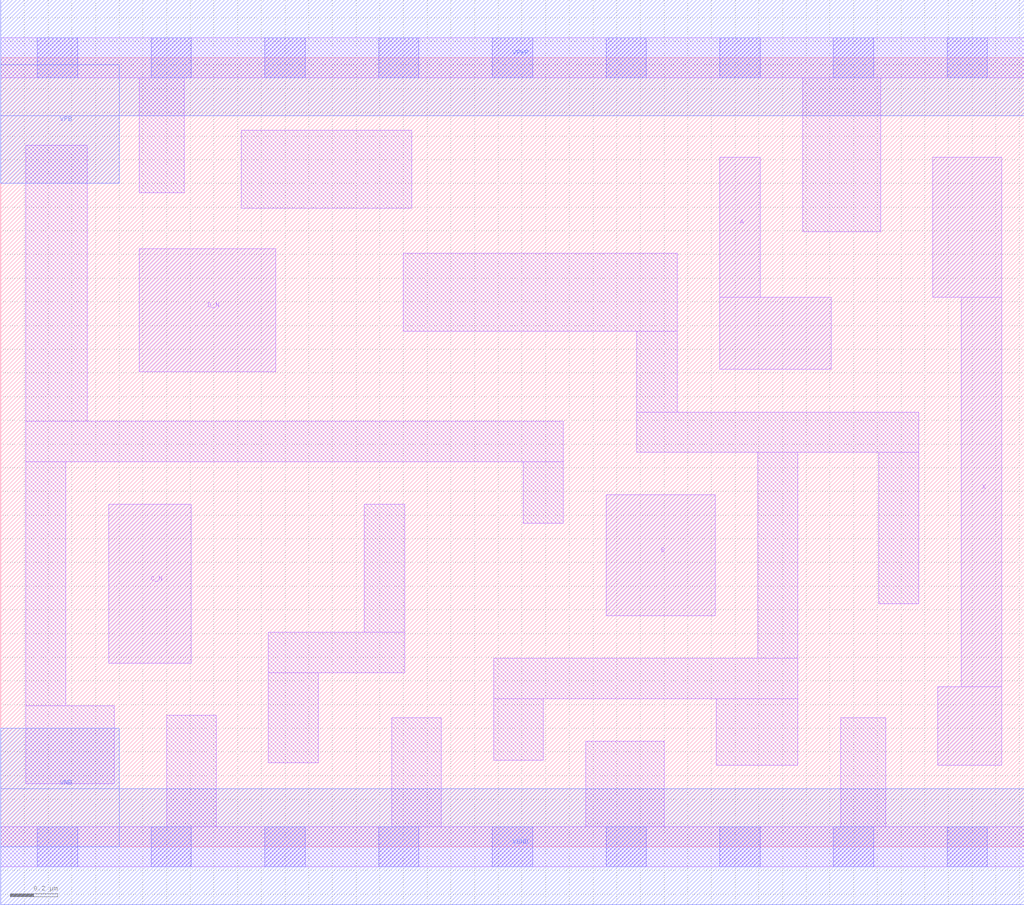
<source format=lef>
# Copyright 2020 The SkyWater PDK Authors
#
# Licensed under the Apache License, Version 2.0 (the "License");
# you may not use this file except in compliance with the License.
# You may obtain a copy of the License at
#
#     https://www.apache.org/licenses/LICENSE-2.0
#
# Unless required by applicable law or agreed to in writing, software
# distributed under the License is distributed on an "AS IS" BASIS,
# WITHOUT WARRANTIES OR CONDITIONS OF ANY KIND, either express or implied.
# See the License for the specific language governing permissions and
# limitations under the License.
#
# SPDX-License-Identifier: Apache-2.0

VERSION 5.5 ;
NAMESCASESENSITIVE ON ;
BUSBITCHARS "[]" ;
DIVIDERCHAR "/" ;
MACRO sky130_fd_sc_lp__or4bb_m
  CLASS CORE ;
  SOURCE USER ;
  ORIGIN  0.000000  0.000000 ;
  SIZE  4.320000 BY  3.330000 ;
  SYMMETRY X Y R90 ;
  SITE unit ;
  PIN A
    ANTENNAGATEAREA  0.126000 ;
    DIRECTION INPUT ;
    USE SIGNAL ;
    PORT
      LAYER li1 ;
        RECT 3.035000 2.015000 3.505000 2.320000 ;
        RECT 3.035000 2.320000 3.205000 2.910000 ;
    END
  END A
  PIN B
    ANTENNAGATEAREA  0.126000 ;
    DIRECTION INPUT ;
    USE SIGNAL ;
    PORT
      LAYER li1 ;
        RECT 2.555000 0.975000 3.015000 1.485000 ;
    END
  END B
  PIN C_N
    ANTENNAGATEAREA  0.126000 ;
    DIRECTION INPUT ;
    USE SIGNAL ;
    PORT
      LAYER li1 ;
        RECT 0.455000 0.775000 0.805000 1.445000 ;
    END
  END C_N
  PIN D_N
    ANTENNAGATEAREA  0.126000 ;
    DIRECTION INPUT ;
    USE SIGNAL ;
    PORT
      LAYER li1 ;
        RECT 0.585000 2.005000 1.160000 2.525000 ;
    END
  END D_N
  PIN X
    ANTENNADIFFAREA  0.222600 ;
    DIRECTION OUTPUT ;
    USE SIGNAL ;
    PORT
      LAYER li1 ;
        RECT 3.935000 2.320000 4.225000 2.910000 ;
        RECT 3.955000 0.345000 4.225000 0.675000 ;
        RECT 4.055000 0.675000 4.225000 2.320000 ;
    END
  END X
  PIN VGND
    DIRECTION INOUT ;
    USE GROUND ;
    PORT
      LAYER met1 ;
        RECT 0.000000 -0.245000 4.320000 0.245000 ;
    END
  END VGND
  PIN VNB
    DIRECTION INOUT ;
    USE GROUND ;
    PORT
    END
  END VNB
  PIN VPB
    DIRECTION INOUT ;
    USE POWER ;
    PORT
    END
  END VPB
  PIN VNB
    DIRECTION INOUT ;
    USE GROUND ;
    PORT
      LAYER met1 ;
        RECT 0.000000 0.000000 0.500000 0.500000 ;
    END
  END VNB
  PIN VPB
    DIRECTION INOUT ;
    USE POWER ;
    PORT
      LAYER met1 ;
        RECT 0.000000 2.800000 0.500000 3.300000 ;
    END
  END VPB
  PIN VPWR
    DIRECTION INOUT ;
    USE POWER ;
    PORT
      LAYER met1 ;
        RECT 0.000000 3.085000 4.320000 3.575000 ;
    END
  END VPWR
  OBS
    LAYER li1 ;
      RECT 0.000000 -0.085000 4.320000 0.085000 ;
      RECT 0.000000  3.245000 4.320000 3.415000 ;
      RECT 0.105000  0.265000 0.480000 0.595000 ;
      RECT 0.105000  0.595000 0.275000 1.625000 ;
      RECT 0.105000  1.625000 2.375000 1.795000 ;
      RECT 0.105000  1.795000 0.365000 2.960000 ;
      RECT 0.585000  2.760000 0.775000 3.245000 ;
      RECT 0.700000  0.085000 0.910000 0.555000 ;
      RECT 1.015000  2.695000 1.735000 3.025000 ;
      RECT 1.130000  0.355000 1.340000 0.735000 ;
      RECT 1.130000  0.735000 1.705000 0.905000 ;
      RECT 1.535000  0.905000 1.705000 1.445000 ;
      RECT 1.650000  0.085000 1.860000 0.545000 ;
      RECT 1.700000  2.175000 2.855000 2.505000 ;
      RECT 2.080000  0.365000 2.290000 0.625000 ;
      RECT 2.080000  0.625000 3.365000 0.795000 ;
      RECT 2.205000  1.365000 2.375000 1.625000 ;
      RECT 2.470000  0.085000 2.800000 0.445000 ;
      RECT 2.685000  1.665000 3.875000 1.835000 ;
      RECT 2.685000  1.835000 2.855000 2.175000 ;
      RECT 3.020000  0.345000 3.365000 0.625000 ;
      RECT 3.195000  0.795000 3.365000 1.665000 ;
      RECT 3.385000  2.595000 3.715000 3.245000 ;
      RECT 3.545000  0.085000 3.735000 0.545000 ;
      RECT 3.705000  1.025000 3.875000 1.665000 ;
    LAYER mcon ;
      RECT 0.155000 -0.085000 0.325000 0.085000 ;
      RECT 0.155000  3.245000 0.325000 3.415000 ;
      RECT 0.635000 -0.085000 0.805000 0.085000 ;
      RECT 0.635000  3.245000 0.805000 3.415000 ;
      RECT 1.115000 -0.085000 1.285000 0.085000 ;
      RECT 1.115000  3.245000 1.285000 3.415000 ;
      RECT 1.595000 -0.085000 1.765000 0.085000 ;
      RECT 1.595000  3.245000 1.765000 3.415000 ;
      RECT 2.075000 -0.085000 2.245000 0.085000 ;
      RECT 2.075000  3.245000 2.245000 3.415000 ;
      RECT 2.555000 -0.085000 2.725000 0.085000 ;
      RECT 2.555000  3.245000 2.725000 3.415000 ;
      RECT 3.035000 -0.085000 3.205000 0.085000 ;
      RECT 3.035000  3.245000 3.205000 3.415000 ;
      RECT 3.515000 -0.085000 3.685000 0.085000 ;
      RECT 3.515000  3.245000 3.685000 3.415000 ;
      RECT 3.995000 -0.085000 4.165000 0.085000 ;
      RECT 3.995000  3.245000 4.165000 3.415000 ;
  END
END sky130_fd_sc_lp__or4bb_m
END LIBRARY

</source>
